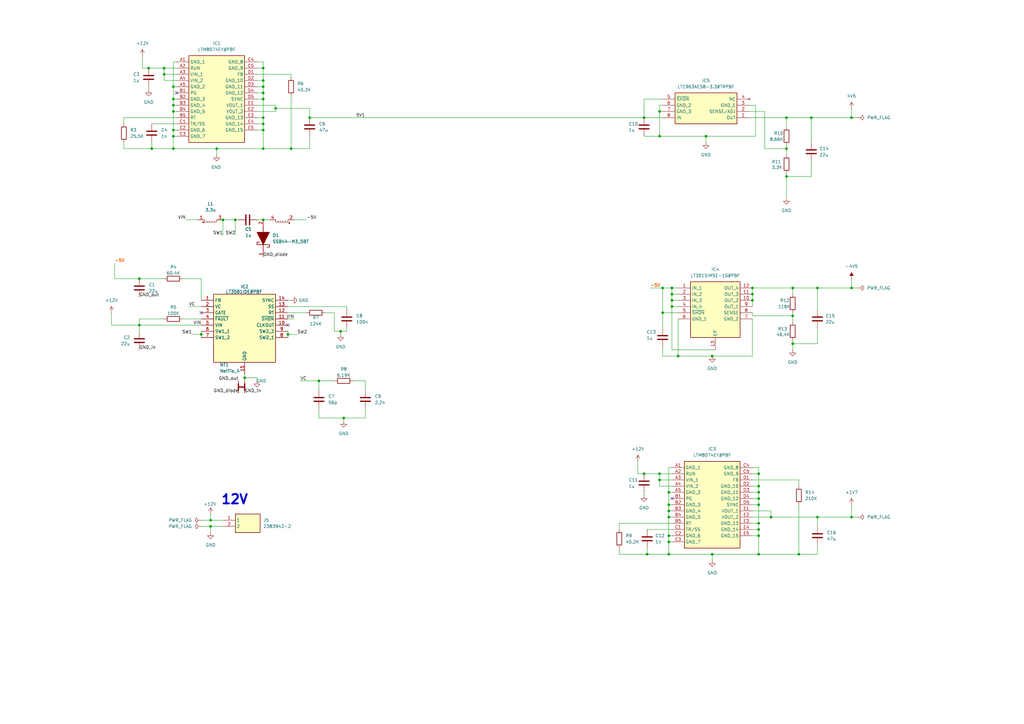
<source format=kicad_sch>
(kicad_sch (version 20231120) (generator "eeschema") (generator_version "8.0")
  (paper "A3")
  (lib_symbols
    (symbol "Device:C" (pin_numbers hide) (pin_names (offset 0.254))
      (property "Reference" "C" (at 0.635 2.54 0))
      (property "Value" "C" (at 0.635 -2.54 0))
      (symbol "C_0_1"
        (polyline (pts (xy -2.032 -0.762) (xy 2.032 -0.762)) (stroke (width 0.508)))
        (polyline (pts (xy -2.032 0.762) (xy 2.032 0.762)) (stroke (width 0.508)))
      )
      (symbol "C_1_1"
        (pin passive line (at 0 3.81 270) (length 2.794) (name "~") (number "1"))
        (pin passive line (at 0 -3.81 90) (length 2.794) (name "~") (number "2"))
      )
    )
    (symbol "Device:L_Coupled" (pin_names (offset 0.254) hide)
      (property "Reference" "L1" (at -12.7 9.144 0))
      (property "Value" "3.3u" (at -12.7 6.604 0))
      (symbol "L_Coupled_0_1"
        (circle (center -15.748 1.524) (radius 0.254) (fill (type outline)))
        (arc (start -15.24 2.032) (mid -14.732 1.5262) (end -14.224 2.032))
        (arc (start -14.224 2.032) (mid -13.716 1.5262) (end -13.208 2.032))
        (arc (start -13.208 2.032) (mid -12.7 1.5262) (end -12.192 2.032))
        (arc (start -12.192 2.032) (mid -11.684 1.5262) (end -11.176 2.032))
        (arc (start -11.176 2.032) (mid -10.668 1.5262) (end -10.16 2.032))
        (polyline (pts (xy -15.24 2.032) (xy -15.24 2.54)))
        (polyline (pts (xy -10.16 2.54) (xy -10.16 2.032)))
        (polyline (pts (xy 13.97 2.032) (xy 13.97 2.54)))
        (polyline (pts (xy 19.05 2.032) (xy 19.05 2.54)))
        (arc (start 13.97 2.032) (mid 14.478 1.5262) (end 14.986 2.032))
        (arc (start 14.986 2.032) (mid 15.494 1.5262) (end 16.002 2.032))
        (arc (start 16.002 2.032) (mid 16.51 1.5262) (end 17.018 2.032))
        (arc (start 17.018 2.032) (mid 17.526 1.5262) (end 18.034 2.032))
        (arc (start 18.034 2.032) (mid 18.542 1.5262) (end 19.05 2.032))
        (circle (center 19.558 1.27) (radius 0.254) (fill (type outline)))
      )
      (symbol "L_Coupled_1_1"
        (pin passive line (at -17.78 2.54 0) (length 2.54) (name "1") (number "1"))
        (pin passive line (at 21.59 2.54 180) (length 2.54) (name "2") (number "2"))
        (pin passive line (at -7.62 2.54 180) (length 2.54) (name "3") (number "3"))
        (pin passive line (at 11.43 2.54 0) (length 2.54) (name "4") (number "4"))
      )
    )
    (symbol "Device:NetTie_4" (pin_numbers hide) (pin_names (offset 0) hide) (in_bom no)
      (property "Reference" "NT" (at 0 1.27 0))
      (property "Value" "NetTie_4" (at 0 -3.81 0))
      (symbol "NetTie_4_0_1"
        (polyline (pts (xy -1.27 -2.54) (xy 1.27 -2.54)) (stroke (width 0.508)))
        (polyline (pts (xy -1.27 0) (xy 1.27 0)) (stroke (width 0.508)))
        (polyline (pts (xy 0 -2.54) (xy 0 0)) (stroke (width 0.508)))
      )
      (symbol "NetTie_4_1_1"
        (pin passive line (at -2.54 0 0) (length 2.54) (name "1") (number "1"))
        (pin passive line (at 2.54 0 180) (length 2.54) (name "2") (number "2"))
        (pin passive line (at -2.54 -2.54 0) (length 2.54) (name "3") (number "3"))
        (pin passive line (at 2.54 -2.54 180) (length 2.54) (name "4") (number "4"))
      )
    )
    (symbol "Device:R" (pin_numbers hide) (pin_names (offset 0))
      (property "Reference" "R" (at 2.032 0 90))
      (property "Value" "R" (at 0 0 90))
      (symbol "R_0_1"
        (rectangle (start -1.016 -2.54) (end 1.016 2.54) (stroke (width 0.254)))
      )
      (symbol "R_1_1"
        (pin passive line (at 0 3.81 270) (length 1.27) (name "~") (number "1"))
        (pin passive line (at 0 -3.81 90) (length 1.27) (name "~") (number "2"))
      )
    )
    (symbol "SamacSys_Parts:2383942-2"
      (property "Reference" "J" (at 16.51 7.62 0))
      (property "Value" "2383942-2" (at 16.51 5.08 0))
      (symbol "2383942-2_1_1"
        (rectangle (start 5.08 2.54) (end 15.24 -5.08) (stroke (width 0.254)) (fill (type background)))
        (pin passive line (at 0 0 0) (length 5.08) (name "1") (number "1"))
        (pin passive line (at 0 -2.54 0) (length 5.08) (name "2") (number "2"))
      )
    )
    (symbol "SamacSys_Parts:LT1963AES8-3.3#TRPBF"
      (property "Reference" "IC" (at 31.75 7.62 0))
      (property "Value" "LT1963AES8-3.3#TRPBF" (at 31.75 5.08 0))
      (symbol "LT1963AES8-3.3#TRPBF_1_1"
        (rectangle (start 5.08 2.54) (end 30.48 -10.16) (stroke (width 0.254)) (fill (type background)))
        (pin passive line (at 0 0 0) (length 5.08) (name "OUT") (number "1"))
        (pin passive line (at 0 -2.54 0) (length 5.08) (name "SENSE/ADJ") (number "2"))
        (pin passive line (at 0 -5.08 0) (length 5.08) (name "GND_1") (number "3"))
        (pin no_connect line (at 0 -7.62 0) (length 5.08) (name "NC") (number "4"))
        (pin passive line (at 35.56 -7.62 180) (length 5.08) (name "~{SHDN}") (number "5"))
        (pin passive line (at 35.56 -5.08 180) (length 5.08) (name "GND_2") (number "6"))
        (pin passive line (at 35.56 -2.54 180) (length 5.08) (name "GND_3") (number "7"))
        (pin passive line (at 35.56 0 180) (length 5.08) (name "IN") (number "8"))
      )
    )
    (symbol "SamacSys_Parts:LT3015IMSE-15#PBF"
      (property "Reference" "IC" (at 26.67 7.62 0))
      (property "Value" "LT3015IMSE-15#PBF" (at 26.67 5.08 0))
      (symbol "LT3015IMSE-15#PBF_1_1"
        (rectangle (start 5.08 2.54) (end 25.4 -20.32) (stroke (width 0.254)) (fill (type background)))
        (pin passive line (at 0 0 0) (length 5.08) (name "IN_1") (number "1"))
        (pin passive line (at 30.48 -5.08 180) (length 5.08) (name "OUT_2") (number "10"))
        (pin passive line (at 30.48 -2.54 180) (length 5.08) (name "OUT_3") (number "11"))
        (pin passive line (at 30.48 0 180) (length 5.08) (name "OUT_4") (number "12"))
        (pin passive line (at 15.24 -25.4 90) (length 5.08) (name "EP") (number "13"))
        (pin passive line (at 0 -2.54 0) (length 5.08) (name "IN_2") (number "2"))
        (pin passive line (at 0 -5.08 0) (length 5.08) (name "IN_3") (number "3"))
        (pin passive line (at 0 -7.62 0) (length 5.08) (name "IN_4") (number "4"))
        (pin passive line (at 0 -10.16 0) (length 5.08) (name "~{SHDN}") (number "5"))
        (pin passive line (at 0 -12.7 0) (length 5.08) (name "GND_1") (number "6"))
        (pin passive line (at 30.48 -12.7 180) (length 5.08) (name "GND_2") (number "7"))
        (pin passive line (at 30.48 -10.16 180) (length 5.08) (name "SENSE") (number "8"))
        (pin passive line (at 30.48 -7.62 180) (length 5.08) (name "OUT_1") (number "9"))
      )
    )
    (symbol "SamacSys_Parts:LT3581IDE#PBF"
      (property "Reference" "IC" (at 31.75 7.62 0))
      (property "Value" "LT3581IDE#PBF" (at 31.75 5.08 0))
      (symbol "LT3581IDE#PBF_1_1"
        (rectangle (start 5.08 2.54) (end 30.48 -25.4) (stroke (width 0.254)) (fill (type background)))
        (pin passive line (at 0 0 0) (length 5.08) (name "FB") (number "1"))
        (pin passive line (at 35.56 -10.16 180) (length 5.08) (name "CLKOUT") (number "10"))
        (pin passive line (at 35.56 -7.62 180) (length 5.08) (name "~{SHDN}") (number "11"))
        (pin passive line (at 35.56 -5.08 180) (length 5.08) (name "RT") (number "12"))
        (pin passive line (at 35.56 -2.54 180) (length 5.08) (name "SS") (number "13"))
        (pin passive line (at 35.56 0 180) (length 5.08) (name "SYNC") (number "14"))
        (pin passive line (at 17.78 -30.48 90) (length 5.08) (name "GND") (number "15"))
        (pin passive line (at 0 -2.54 0) (length 5.08) (name "VC") (number "2"))
        (pin passive line (at 0 -5.08 0) (length 5.08) (name "GATE") (number "3"))
        (pin passive line (at 0 -7.62 0) (length 5.08) (name "~{FAULT}") (number "4"))
        (pin passive line (at 0 -10.16 0) (length 5.08) (name "VIN") (number "5"))
        (pin passive line (at 0 -12.7 0) (length 5.08) (name "SW1_1") (number "6"))
        (pin passive line (at 0 -15.24 0) (length 5.08) (name "SW1_2") (number "7"))
        (pin passive line (at 35.56 -15.24 180) (length 5.08) (name "SW2_1") (number "8"))
        (pin passive line (at 35.56 -12.7 180) (length 5.08) (name "SW2_2") (number "9"))
      )
    )
    (symbol "SamacSys_Parts:LTM8074EY#PBF"
      (property "Reference" "IC" (at 29.21 7.62 0))
      (property "Value" "LTM8074EY#PBF" (at 29.21 5.08 0))
      (symbol "LTM8074EY#PBF_1_1"
        (rectangle (start 5.08 2.54) (end 27.94 -33.02) (stroke (width 0.254)) (fill (type background)))
        (pin passive line (at 0 0 0) (length 5.08) (name "GND_1") (number "A1"))
        (pin passive line (at 0 -2.54 0) (length 5.08) (name "RUN") (number "A2"))
        (pin passive line (at 0 -5.08 0) (length 5.08) (name "VIN_1") (number "A3"))
        (pin passive line (at 0 -7.62 0) (length 5.08) (name "VIN_2") (number "A4"))
        (pin passive line (at 0 -10.16 0) (length 5.08) (name "GND_2") (number "A5"))
        (pin passive line (at 0 -12.7 0) (length 5.08) (name "PG") (number "B1"))
        (pin passive line (at 0 -15.24 0) (length 5.08) (name "GND_3") (number "B2"))
        (pin passive line (at 0 -17.78 0) (length 5.08) (name "GND_4") (number "B3"))
        (pin passive line (at 0 -20.32 0) (length 5.08) (name "GND_5") (number "B4"))
        (pin passive line (at 0 -22.86 0) (length 5.08) (name "RT") (number "B5"))
        (pin passive line (at 0 -25.4 0) (length 5.08) (name "TR/SS") (number "C1"))
        (pin passive line (at 0 -27.94 0) (length 5.08) (name "GND_6") (number "C2"))
        (pin passive line (at 0 -30.48 0) (length 5.08) (name "GND_7") (number "C3"))
        (pin passive line (at 33.02 0 180) (length 5.08) (name "GND_8") (number "C4"))
        (pin passive line (at 33.02 -2.54 180) (length 5.08) (name "GND_9") (number "C5"))
        (pin passive line (at 33.02 -5.08 180) (length 5.08) (name "FB") (number "D1"))
        (pin passive line (at 33.02 -7.62 180) (length 5.08) (name "GND_10") (number "D2"))
        (pin passive line (at 33.02 -10.16 180) (length 5.08) (name "GND_11") (number "D3"))
        (pin passive line (at 33.02 -12.7 180) (length 5.08) (name "GND_12") (number "D4"))
        (pin passive line (at 33.02 -15.24 180) (length 5.08) (name "SYNC") (number "D5"))
        (pin passive line (at 33.02 -17.78 180) (length 5.08) (name "VOUT_1") (number "E1"))
        (pin passive line (at 33.02 -20.32 180) (length 5.08) (name "VOUT_2") (number "E2"))
        (pin passive line (at 33.02 -22.86 180) (length 5.08) (name "GND_13") (number "E3"))
        (pin passive line (at 33.02 -25.4 180) (length 5.08) (name "GND_14") (number "E4"))
        (pin passive line (at 33.02 -27.94 180) (length 5.08) (name "GND_15") (number "E5"))
      )
    )
    (symbol "SamacSys_Parts:SSB44-M3_5BT" (pin_names hide)
      (property "Reference" "D" (at 12.7 8.89 0))
      (property "Value" "SSB44-M3_5BT" (at 12.7 6.35 0))
      (symbol "SSB44-M3_5BT_1_1"
        (polyline (pts (xy 5.08 0) (xy 7.62 0)) (stroke (width 0.254)))
        (polyline (pts (xy 6.604 -1.524) (xy 6.604 -2.54)) (stroke (width 0.254)))
        (polyline (pts (xy 7.62 -2.54) (xy 6.604 -2.54)) (stroke (width 0.254)))
        (polyline (pts (xy 7.62 2.54) (xy 7.62 -2.54)) (stroke (width 0.254)))
        (polyline (pts (xy 7.62 2.54) (xy 8.636 2.54)) (stroke (width 0.254)))
        (polyline (pts (xy 8.636 1.524) (xy 8.636 2.54)) (stroke (width 0.254)))
        (polyline (pts (xy 12.7 0) (xy 15.24 0)) (stroke (width 0.254)))
        (polyline (pts (xy 7.62 0) (xy 12.7 2.54) (xy 12.7 -2.54) (xy 7.62 0)) (stroke (width 0.254)) (fill (type outline)))
        (pin passive line (at 2.54 0 0) (length 2.54) (name "K") (number "1"))
        (pin passive line (at 17.78 0 180) (length 2.54) (name "A") (number "2"))
      )
    )
    (symbol "power:+12V" (power) (pin_numbers hide) (pin_names (offset 0) hide)
      (property "Value" "+12V" (at 0 3.556 0))
      (symbol "+12V_0_1"
        (polyline (pts (xy -0.762 1.27) (xy 0 2.54)))
        (polyline (pts (xy 0 0) (xy 0 2.54)))
        (polyline (pts (xy 0 2.54) (xy 0.762 1.27)))
      )
      (symbol "+12V_1_1"
        (pin power_in line (at 0 0 90) (length 0) (name "~") (number "1"))
      )
    )
    (symbol "power:+1V2" (power) (pin_numbers hide) (pin_names (offset 0) hide)
      (property "Value" "+1V2" (at 0 3.556 0))
      (symbol "+1V2_0_1"
        (polyline (pts (xy -0.762 1.27) (xy 0 2.54)))
        (polyline (pts (xy 0 0) (xy 0 2.54)))
        (polyline (pts (xy 0 2.54) (xy 0.762 1.27)))
      )
      (symbol "+1V2_1_1"
        (pin power_in line (at 0 0 90) (length 0) (name "~") (number "1"))
      )
    )
    (symbol "power:+8V" (power) (pin_numbers hide) (pin_names (offset 0) hide)
      (property "Value" "+8V" (at 0 3.556 0))
      (symbol "+8V_0_1"
        (polyline (pts (xy -0.762 1.27) (xy 0 2.54)))
        (polyline (pts (xy 0 0) (xy 0 2.54)))
        (polyline (pts (xy 0 2.54) (xy 0.762 1.27)))
      )
      (symbol "+8V_1_1"
        (pin power_in line (at 0 0 90) (length 0) (name "~") (number "1"))
      )
    )
    (symbol "power:-8V" (power) (pin_numbers hide) (pin_names (offset 0) hide)
      (property "Value" "-8V" (at 0 3.556 0))
      (symbol "-8V_0_0"
        (pin power_in line (at 0 0 90) (length 0) (name "~") (number "1"))
      )
      (symbol "-8V_0_1"
        (polyline (pts (xy 0 0) (xy 0 1.27) (xy 0.762 1.27) (xy 0 2.54) (xy -0.762 1.27) (xy 0 1.27)) (fill (type outline)))
      )
    )
    (symbol "power:GND" (power) (pin_numbers hide) (pin_names (offset 0) hide)
      (property "Value" "GND" (at 0 -3.81 0))
      (symbol "GND_0_1"
        (polyline (pts (xy 0 0) (xy 0 -1.27) (xy 1.27 -1.27) (xy 0 -2.54) (xy -1.27 -1.27) (xy 0 -1.27)))
      )
      (symbol "GND_1_1"
        (pin power_in line (at 0 0 270) (length 0) (name "~") (number "1"))
      )
    )
    (symbol "power:PWR_FLAG" (power) (pin_numbers hide) (pin_names (offset 0) hide)
      (property "Value" "PWR_FLAG" (at 0 3.81 0))
      (symbol "PWR_FLAG_0_0"
        (pin power_out line (at 0 0 90) (length 0) (name "~") (number "1"))
      )
      (symbol "PWR_FLAG_0_1"
        (polyline (pts (xy 0 0) (xy 0 1.27) (xy -1.016 1.905) (xy 0 2.54) (xy 1.016 1.905) (xy 0 1.27)))
      )
    )
  )
  (junction (at 274.32 219.71))
  (junction (at 325.12 118.11))
  (junction (at 127 48.26))
  (junction (at 332.74 48.26))
  (junction (at 322.58 60.96))
  (junction (at 275.59 123.19))
  (junction (at 322.58 72.39))
  (junction (at 86.36 215.9))
  (junction (at 107.95 60.96))
  (junction (at 67.31 30.48))
  (junction (at 57.15 133.35))
  (junction (at 107.95 50.8))
  (junction (at 71.12 45.72))
  (junction (at 270.51 194.31))
  (junction (at 71.12 55.88))
  (junction (at 274.32 212.09))
  (junction (at 270.51 55.88))
  (junction (at 311.15 207.01))
  (junction (at 311.15 217.17))
  (junction (at 62.23 60.96))
  (junction (at 270.51 196.85))
  (junction (at 278.13 146.05))
  (junction (at 88.9 60.96))
  (junction (at 107.95 48.26))
  (junction (at 271.78 118.11))
  (junction (at 264.16 194.31))
  (junction (at 349.25 118.11))
  (junction (at 67.31 27.94))
  (junction (at 274.32 209.55))
  (junction (at 292.1 227.33))
  (junction (at 274.32 201.93))
  (junction (at 71.12 40.64))
  (junction (at 57.15 114.3))
  (junction (at 274.32 222.25))
  (junction (at 311.15 227.33))
  (junction (at 113.03 44.45))
  (junction (at 139.7 135.89))
  (junction (at 311.15 219.71))
  (junction (at 289.56 55.88))
  (junction (at 349.25 48.26))
  (junction (at 107.95 35.56))
  (junction (at 270.51 45.72))
  (junction (at 264.16 48.26))
  (junction (at 118.11 137.16))
  (junction (at 265.43 227.33))
  (junction (at 82.55 137.16))
  (junction (at 100.33 154.94))
  (junction (at 308.61 118.11))
  (junction (at 275.59 120.65))
  (junction (at 275.59 118.11))
  (junction (at 60.96 27.94))
  (junction (at 130.81 156.21))
  (junction (at 335.28 118.11))
  (junction (at 292.1 146.05))
  (junction (at 71.12 43.18))
  (junction (at 335.28 212.09))
  (junction (at 119.38 60.96))
  (junction (at 308.61 123.19))
  (junction (at 71.12 35.56))
  (junction (at 71.12 60.96))
  (junction (at 107.95 90.17))
  (junction (at 71.12 53.34))
  (junction (at 311.15 201.93))
  (junction (at 107.95 40.64))
  (junction (at 308.61 120.65))
  (junction (at 107.95 53.34))
  (junction (at 96.52 90.17))
  (junction (at 86.36 213.36))
  (junction (at 327.66 227.33))
  (junction (at 107.95 38.1))
  (junction (at 275.59 125.73))
  (junction (at 311.15 194.31))
  (junction (at 311.15 199.39))
  (junction (at 311.15 204.47))
  (junction (at 274.32 207.01))
  (junction (at 107.95 33.02))
  (junction (at 274.32 227.33))
  (junction (at 316.23 212.09))
  (junction (at 107.95 27.94))
  (junction (at 349.25 212.09))
  (junction (at 311.15 214.63))
  (junction (at 91.44 90.17))
  (junction (at 271.78 128.27))
  (junction (at 325.12 129.54))
  (junction (at 322.58 48.26))
  (junction (at 325.12 140.97))
  (junction (at 140.97 171.45))
  (no_connect (at 275.59 204.47))
  (no_connect (at 72.39 38.1))
  (no_connect (at 82.55 128.27))
  (no_connect (at 118.11 133.35))
  (wire (pts (xy 274.32 201.93) (xy 275.59 201.93)))
  (wire (pts (xy 292.1 227.33) (xy 311.15 227.33)))
  (wire (pts (xy 71.12 60.96) (xy 88.9 60.96)))
  (wire (pts (xy 311.15 204.47) (xy 311.15 207.01)))
  (wire (pts (xy 275.59 214.63) (xy 254 214.63)))
  (wire (pts (xy 322.58 48.26) (xy 322.58 52.07)))
  (wire (pts (xy 130.81 156.21) (xy 130.81 160.02)))
  (wire (pts (xy 77.47 125.73) (xy 82.55 125.73)))
  (wire (pts (xy 270.51 45.72) (xy 270.51 55.88)))
  (wire (pts (xy 308.61 123.19) (xy 308.61 125.73)))
  (wire (pts (xy 322.58 71.12) (xy 322.58 72.39)))
  (wire (pts (xy 308.61 191.77) (xy 311.15 191.77)))
  (wire (pts (xy 67.31 27.94) (xy 67.31 30.48)))
  (wire (pts (xy 332.74 48.26) (xy 332.74 58.42)))
  (wire (pts (xy 270.51 194.31) (xy 275.59 194.31)))
  (wire (pts (xy 335.28 212.09) (xy 349.25 212.09)))
  (wire (pts (xy 118.11 125.73) (xy 142.24 125.73)))
  (wire (pts (xy 137.16 135.89) (xy 139.7 135.89)))
  (wire (pts (xy 264.16 194.31) (xy 270.51 194.31)))
  (wire (pts (xy 308.61 217.17) (xy 311.15 217.17)))
  (wire (pts (xy 86.36 215.9) (xy 91.44 215.9)))
  (wire (pts (xy 311.15 227.33) (xy 327.66 227.33)))
  (wire (pts (xy 60.96 27.94) (xy 67.31 27.94)))
  (wire (pts (xy 50.8 58.42) (xy 50.8 60.96)))
  (wire (pts (xy 351.79 118.11) (xy 349.25 118.11)))
  (wire (pts (xy 67.31 130.81) (xy 57.15 130.81)))
  (wire (pts (xy 327.66 196.85) (xy 327.66 199.39)))
  (wire (pts (xy 271.78 146.05) (xy 278.13 146.05)))
  (wire (pts (xy 308.61 118.11) (xy 325.12 118.11)))
  (wire (pts (xy 71.12 40.64) (xy 72.39 40.64)))
  (wire (pts (xy 292.1 227.33) (xy 292.1 229.87)))
  (wire (pts (xy 308.61 214.63) (xy 311.15 214.63)))
  (wire (pts (xy 100.33 153.67) (xy 100.33 154.94)))
  (wire (pts (xy 351.79 48.26) (xy 349.25 48.26)))
  (wire (pts (xy 119.38 39.37) (xy 119.38 60.96)))
  (wire (pts (xy 311.15 199.39) (xy 311.15 201.93)))
  (wire (pts (xy 82.55 123.19) (xy 82.55 114.3)))
  (wire (pts (xy 271.78 118.11) (xy 275.59 118.11)))
  (wire (pts (xy 264.16 48.26) (xy 271.78 48.26)))
  (wire (pts (xy 62.23 60.96) (xy 71.12 60.96)))
  (wire (pts (xy 97.79 90.17) (xy 96.52 90.17)))
  (wire (pts (xy 57.15 133.35) (xy 57.15 135.89)))
  (wire (pts (xy 142.24 135.89) (xy 142.24 134.62)))
  (wire (pts (xy 71.12 43.18) (xy 72.39 43.18)))
  (wire (pts (xy 335.28 227.33) (xy 327.66 227.33)))
  (wire (pts (xy 264.16 40.64) (xy 264.16 48.26)))
  (wire (pts (xy 308.61 201.93) (xy 311.15 201.93)))
  (wire (pts (xy 107.95 40.64) (xy 107.95 48.26)))
  (wire (pts (xy 107.95 35.56) (xy 107.95 38.1)))
  (wire (pts (xy 327.66 207.01) (xy 327.66 227.33)))
  (wire (pts (xy 311.15 194.31) (xy 311.15 199.39)))
  (wire (pts (xy 274.32 227.33) (xy 292.1 227.33)))
  (wire (pts (xy 71.12 55.88) (xy 72.39 55.88)))
  (wire (pts (xy 72.39 30.48) (xy 67.31 30.48)))
  (wire (pts (xy 275.59 123.19) (xy 278.13 123.19)))
  (wire (pts (xy 316.23 212.09) (xy 335.28 212.09)))
  (wire (pts (xy 58.42 22.86) (xy 58.42 27.94)))
  (wire (pts (xy 265.43 224.79) (xy 265.43 227.33)))
  (wire (pts (xy 86.36 210.82) (xy 86.36 213.36)))
  (wire (pts (xy 67.31 27.94) (xy 72.39 27.94)))
  (wire (pts (xy 50.8 48.26) (xy 50.8 50.8)))
  (wire (pts (xy 335.28 223.52) (xy 335.28 227.33)))
  (wire (pts (xy 311.15 191.77) (xy 311.15 194.31)))
  (wire (pts (xy 270.51 194.31) (xy 270.51 196.85)))
  (wire (pts (xy 105.41 27.94) (xy 107.95 27.94)))
  (wire (pts (xy 71.12 35.56) (xy 71.12 40.64)))
  (wire (pts (xy 265.43 227.33) (xy 274.32 227.33)))
  (wire (pts (xy 130.81 167.64) (xy 130.81 171.45)))
  (wire (pts (xy 316.23 209.55) (xy 316.23 212.09)))
  (wire (pts (xy 254 224.79) (xy 254 227.33)))
  (wire (pts (xy 308.61 209.55) (xy 316.23 209.55)))
  (wire (pts (xy 289.56 55.88) (xy 289.56 58.42)))
  (wire (pts (xy 67.31 30.48) (xy 67.31 33.02)))
  (wire (pts (xy 107.95 27.94) (xy 107.95 33.02)))
  (wire (pts (xy 113.03 44.45) (xy 127 44.45)))
  (wire (pts (xy 274.32 201.93) (xy 274.32 207.01)))
  (wire (pts (xy 107.95 33.02) (xy 107.95 35.56)))
  (wire (pts (xy 311.15 207.01) (xy 311.15 214.63)))
  (wire (pts (xy 88.9 60.96) (xy 107.95 60.96)))
  (wire (pts (xy 105.41 156.21) (xy 105.41 154.94)))
  (wire (pts (xy 308.61 204.47) (xy 311.15 204.47)))
  (wire (pts (xy 275.59 118.11) (xy 278.13 118.11)))
  (wire (pts (xy 322.58 72.39) (xy 332.74 72.39)))
  (wire (pts (xy 74.93 130.81) (xy 82.55 130.81)))
  (wire (pts (xy 335.28 134.62) (xy 335.28 140.97)))
  (wire (pts (xy 311.15 201.93) (xy 311.15 204.47)))
  (wire (pts (xy 107.95 60.96) (xy 119.38 60.96)))
  (wire (pts (xy 270.51 43.18) (xy 271.78 43.18)))
  (wire (pts (xy 274.32 222.25) (xy 275.59 222.25)))
  (wire (pts (xy 105.41 40.64) (xy 107.95 40.64)))
  (wire (pts (xy 270.51 43.18) (xy 270.51 45.72)))
  (wire (pts (xy 71.12 40.64) (xy 71.12 43.18)))
  (wire (pts (xy 274.32 219.71) (xy 274.32 222.25)))
  (wire (pts (xy 107.95 50.8) (xy 107.95 53.34)))
  (wire (pts (xy 105.41 53.34) (xy 107.95 53.34)))
  (wire (pts (xy 349.25 114.3) (xy 349.25 118.11)))
  (wire (pts (xy 332.74 48.26) (xy 349.25 48.26)))
  (wire (pts (xy 82.55 137.16) (xy 82.55 138.43)))
  (wire (pts (xy 311.15 217.17) (xy 311.15 219.71)))
  (wire (pts (xy 271.78 128.27) (xy 278.13 128.27)))
  (wire (pts (xy 91.44 90.17) (xy 91.44 96.52)))
  (wire (pts (xy 91.44 213.36) (xy 86.36 213.36)))
  (wire (pts (xy 127 48.26) (xy 127 44.45)))
  (wire (pts (xy 67.31 33.02) (xy 72.39 33.02)))
  (wire (pts (xy 261.62 189.23) (xy 261.62 194.31)))
  (wire (pts (xy 309.88 43.18) (xy 307.34 43.18)))
  (wire (pts (xy 261.62 194.31) (xy 264.16 194.31)))
  (wire (pts (xy 107.95 53.34) (xy 107.95 60.96)))
  (wire (pts (xy 274.32 212.09) (xy 275.59 212.09)))
  (wire (pts (xy 88.9 60.96) (xy 88.9 63.5)))
  (wire (pts (xy 107.95 38.1) (xy 107.95 40.64)))
  (wire (pts (xy 274.32 219.71) (xy 275.59 219.71)))
  (wire (pts (xy 105.41 30.48) (xy 119.38 30.48)))
  (wire (pts (xy 278.13 130.81) (xy 278.13 146.05)))
  (wire (pts (xy 325.12 139.7) (xy 325.12 140.97)))
  (wire (pts (xy 289.56 55.88) (xy 309.88 55.88)))
  (wire (pts (xy 264.16 55.88) (xy 270.51 55.88)))
  (wire (pts (xy 270.51 199.39) (xy 275.59 199.39)))
  (wire (pts (xy 45.72 128.27) (xy 45.72 133.35)))
  (wire (pts (xy 118.11 137.16) (xy 118.11 138.43)))
  (wire (pts (xy 86.36 215.9) (xy 86.36 218.44)))
  (wire (pts (xy 57.15 114.3) (xy 67.31 114.3)))
  (wire (pts (xy 275.59 143.51) (xy 275.59 125.73)))
  (wire (pts (xy 313.69 45.72) (xy 313.69 60.96)))
  (wire (pts (xy 82.55 215.9) (xy 86.36 215.9)))
  (wire (pts (xy 118.11 137.16) (xy 121.92 137.16)))
  (wire (pts (xy 105.41 48.26) (xy 107.95 48.26)))
  (wire (pts (xy 309.88 55.88) (xy 309.88 43.18)))
  (wire (pts (xy 71.12 53.34) (xy 71.12 55.88)))
  (wire (pts (xy 270.51 55.88) (xy 289.56 55.88)))
  (wire (pts (xy 275.59 120.65) (xy 278.13 120.65)))
  (wire (pts (xy 278.13 146.05) (xy 292.1 146.05)))
  (wire (pts (xy 275.59 191.77) (xy 274.32 191.77)))
  (wire (pts (xy 71.12 45.72) (xy 72.39 45.72)))
  (wire (pts (xy 311.15 214.63) (xy 311.15 217.17)))
  (wire (pts (xy 275.59 120.65) (xy 275.59 123.19)))
  (wire (pts (xy 271.78 142.24) (xy 271.78 146.05)))
  (wire (pts (xy 57.15 130.81) (xy 57.15 133.35)))
  (wire (pts (xy 308.61 129.54) (xy 308.61 128.27)))
  (wire (pts (xy 118.11 135.89) (xy 118.11 137.16)))
  (wire (pts (xy 322.58 59.69) (xy 322.58 60.96)))
  (wire (pts (xy 325.12 128.27) (xy 325.12 129.54)))
  (wire (pts (xy 308.61 146.05) (xy 308.61 130.81)))
  (wire (pts (xy 82.55 135.89) (xy 82.55 137.16)))
  (wire (pts (xy 105.41 35.56) (xy 107.95 35.56)))
  (wire (pts (xy 72.39 48.26) (xy 50.8 48.26)))
  (wire (pts (xy 308.61 129.54) (xy 325.12 129.54)))
  (wire (pts (xy 50.8 60.96) (xy 62.23 60.96)))
  (wire (pts (xy 140.97 171.45) (xy 149.86 171.45)))
  (wire (pts (xy 127 60.96) (xy 119.38 60.96)))
  (wire (pts (xy 107.95 25.4) (xy 107.95 27.94)))
  (wire (pts (xy 322.58 48.26) (xy 332.74 48.26)))
  (wire (pts (xy 274.32 207.01) (xy 274.32 209.55)))
  (wire (pts (xy 308.61 219.71) (xy 311.15 219.71)))
  (wire (pts (xy 71.12 25.4) (xy 71.12 35.56)))
  (wire (pts (xy 271.78 128.27) (xy 271.78 134.62)))
  (wire (pts (xy 139.7 135.89) (xy 142.24 135.89)))
  (wire (pts (xy 105.41 90.17) (xy 107.95 90.17)))
  (wire (pts (xy 58.42 27.94) (xy 60.96 27.94)))
  (wire (pts (xy 91.44 90.17) (xy 96.52 90.17)))
  (wire (pts (xy 308.61 118.11) (xy 308.61 120.65)))
  (wire (pts (xy 139.7 135.89) (xy 139.7 137.16)))
  (wire (pts (xy 332.74 66.04) (xy 332.74 72.39)))
  (wire (pts (xy 335.28 215.9) (xy 335.28 212.09)))
  (wire (pts (xy 275.59 125.73) (xy 278.13 125.73)))
  (wire (pts (xy 119.38 30.48) (xy 119.38 31.75)))
  (wire (pts (xy 118.11 130.81) (xy 120.65 130.81)))
  (wire (pts (xy 133.35 128.27) (xy 137.16 128.27)))
  (wire (pts (xy 322.58 60.96) (xy 322.58 63.5)))
  (wire (pts (xy 325.12 140.97) (xy 325.12 143.51)))
  (wire (pts (xy 271.78 40.64) (xy 264.16 40.64)))
  (wire (pts (xy 118.11 123.19) (xy 119.38 123.19)))
  (wire (pts (xy 100.33 154.94) (xy 100.33 156.21)))
  (wire (pts (xy 57.15 133.35) (xy 82.55 133.35)))
  (wire (pts (xy 127 48.26) (xy 264.16 48.26)))
  (wire (pts (xy 46.99 107.95) (xy 46.99 114.3)))
  (wire (pts (xy 274.32 191.77) (xy 274.32 201.93)))
  (wire (pts (xy 71.12 35.56) (xy 72.39 35.56)))
  (wire (pts (xy 313.69 60.96) (xy 322.58 60.96)))
  (wire (pts (xy 325.12 140.97) (xy 335.28 140.97)))
  (wire (pts (xy 274.32 207.01) (xy 275.59 207.01)))
  (wire (pts (xy 274.32 212.09) (xy 274.32 219.71)))
  (wire (pts (xy 335.28 118.11) (xy 335.28 127)))
  (wire (pts (xy 71.12 53.34) (xy 72.39 53.34)))
  (wire (pts (xy 113.03 44.45) (xy 113.03 45.72)))
  (wire (pts (xy 105.41 154.94) (xy 100.33 154.94)))
  (wire (pts (xy 130.81 171.45) (xy 140.97 171.45)))
  (wire (pts (xy 105.41 25.4) (xy 107.95 25.4)))
  (wire (pts (xy 270.51 196.85) (xy 270.51 199.39)))
  (wire (pts (xy 96.52 90.17) (xy 96.52 96.52)))
  (wire (pts (xy 149.86 156.21) (xy 149.86 160.02)))
  (wire (pts (xy 275.59 123.19) (xy 275.59 125.73)))
  (wire (pts (xy 46.99 114.3) (xy 57.15 114.3)))
  (wire (pts (xy 62.23 50.8) (xy 72.39 50.8)))
  (wire (pts (xy 107.95 48.26) (xy 107.95 50.8)))
  (wire (pts (xy 308.61 199.39) (xy 311.15 199.39)))
  (wire (pts (xy 293.37 143.51) (xy 275.59 143.51)))
  (wire (pts (xy 45.72 133.35) (xy 57.15 133.35)))
  (wire (pts (xy 105.41 43.18) (xy 113.03 43.18)))
  (wire (pts (xy 265.43 217.17) (xy 275.59 217.17)))
  (wire (pts (xy 137.16 128.27) (xy 137.16 135.89)))
  (wire (pts (xy 307.34 48.26) (xy 322.58 48.26)))
  (wire (pts (xy 325.12 118.11) (xy 335.28 118.11)))
  (wire (pts (xy 274.32 209.55) (xy 275.59 209.55)))
  (wire (pts (xy 274.32 222.25) (xy 274.32 227.33)))
  (wire (pts (xy 60.96 35.56) (xy 60.96 36.83)))
  (wire (pts (xy 254 227.33) (xy 265.43 227.33)))
  (wire (pts (xy 311.15 219.71) (xy 311.15 227.33)))
  (wire (pts (xy 271.78 128.27) (xy 271.78 118.11)))
  (wire (pts (xy 349.25 44.45) (xy 349.25 48.26)))
  (wire (pts (xy 107.95 90.17) (xy 110.49 90.17)))
  (wire (pts (xy 140.97 171.45) (xy 140.97 172.72)))
  (wire (pts (xy 325.12 118.11) (xy 325.12 120.65)))
  (wire (pts (xy 86.36 213.36) (xy 82.55 213.36)))
  (wire (pts (xy 254 214.63) (xy 254 217.17)))
  (wire (pts (xy 275.59 196.85) (xy 270.51 196.85)))
  (wire (pts (xy 105.41 45.72) (xy 113.03 45.72)))
  (wire (pts (xy 105.41 38.1) (xy 107.95 38.1)))
  (wire (pts (xy 308.61 207.01) (xy 311.15 207.01)))
  (wire (pts (xy 264.16 201.93) (xy 264.16 203.2)))
  (wire (pts (xy 71.12 45.72) (xy 71.12 53.34)))
  (wire (pts (xy 130.81 156.21) (xy 137.16 156.21)))
  (wire (pts (xy 113.03 43.18) (xy 113.03 44.45)))
  (wire (pts (xy 62.23 58.42) (xy 62.23 60.96)))
  (wire (pts (xy 127 55.88) (xy 127 60.96)))
  (wire (pts (xy 308.61 194.31) (xy 311.15 194.31)))
  (wire (pts (xy 322.58 72.39) (xy 322.58 81.28)))
  (wire (pts (xy 71.12 43.18) (xy 71.12 45.72)))
  (wire (pts (xy 274.32 209.55) (xy 274.32 212.09)))
  (wire (pts (xy 349.25 207.01) (xy 349.25 212.09)))
  (wire (pts (xy 307.34 45.72) (xy 313.69 45.72)))
  (wire (pts (xy 308.61 212.09) (xy 316.23 212.09)))
  (wire (pts (xy 118.11 128.27) (xy 125.73 128.27)))
  (wire (pts (xy 82.55 114.3) (xy 74.93 114.3)))
  (wire (pts (xy 270.51 45.72) (xy 271.78 45.72)))
  (wire (pts (xy 120.65 90.17) (xy 125.73 90.17)))
  (wire (pts (xy 78.74 137.16) (xy 82.55 137.16)))
  (wire (pts (xy 335.28 118.11) (xy 349.25 118.11)))
  (wire (pts (xy 292.1 146.05) (xy 308.61 146.05)))
  (wire (pts (xy 351.79 212.09) (xy 349.25 212.09)))
  (wire (pts (xy 71.12 55.88) (xy 71.12 60.96)))
  (wire (pts (xy 72.39 25.4) (xy 71.12 25.4)))
  (wire (pts (xy 275.59 118.11) (xy 275.59 120.65)))
  (wire (pts (xy 105.41 33.02) (xy 107.95 33.02)))
  (wire (pts (xy 144.78 156.21) (xy 149.86 156.21)))
  (wire (pts (xy 142.24 125.73) (xy 142.24 127)))
  (wire (pts (xy 266.7 118.11) (xy 271.78 118.11)))
  (wire (pts (xy 76.2 90.17) (xy 81.28 90.17)))
  (wire (pts (xy 149.86 167.64) (xy 149.86 171.45)))
  (wire (pts (xy 123.19 156.21) (xy 130.81 156.21)))
  (wire (pts (xy 105.41 50.8) (xy 107.95 50.8)))
  (wire (pts (xy 327.66 196.85) (xy 308.61 196.85)))
  (wire (pts (xy 308.61 120.65) (xy 308.61 123.19)))
  (wire (pts (xy 325.12 129.54) (xy 325.12 132.08)))
  (text "12V" (at 96.266 204.978 0) (effects (font (size 3.81 3.81) (thickness 0.762) (bold yes))))
  (label "GND_diode" (at 97.79 161.29 180))
  (label "5V1" (at 146.05 48.26 0))
  (label "SW2" (at 96.52 96.52 180))
  (label "GND_in" (at 57.15 143.51 0))
  (label "SW1" (at 91.44 96.52 180))
  (label "VIN" (at 76.2 90.17 180))
  (label "GND_in" (at 100.33 161.29 0))
  (label "GND_diode" (at 107.95 105.41 0))
  (label "-5V" (at 46.99 107.95 0) (effects (font (thickness 0.254) (bold yes))))
  (label "GND_out" (at 57.15 121.92 0))
  (label "-5V" (at 125.73 90.17 0))
  (label "SW2" (at 121.92 137.16 0))
  (label "VC" (at 123.19 156.21 0))
  (label "VC" (at 77.47 125.73 0))
  (label "GND_out" (at 97.79 156.21 180))
  (label "SW1" (at 78.74 137.16 180))
  (label "VIN" (at 120.65 130.81 180))
  (label "VIN" (at 82.55 133.35 180))
  (label "-5V" (at 266.7 118.11 0) (effects (font (thickness 0.254) (bold yes))))
  (symbol (lib_id "power:GND") (at 60.96 36.83 0) (unit 1)
    (property "Reference" "#PWR08" (effects (hide yes)))
    (property "Value" "GND" (at 60.96 41.91 0))
    (property "Description" "Power symbol creates a global label with name \"GND\" , ground" (effects (hide yes)))
  )
  (symbol (lib_id "Device:C") (at 62.23 54.61 0) (unit 1)
    (property "Reference" "C4" (at 66.04 53.3399 0) (effects (justify left)))
    (property "Value" "1n" (at 66.04 55.8799 0) (effects (justify left)))
    (property "Footprint" "Capacitor_SMD:C_0603_1608Metric_Pad1.08x0.95mm_HandSolder" (effects (hide yes)))
    (property "Description" "Unpolarized capacitor" (effects (hide yes)))
  )
  (symbol (lib_id "power:+12V") (at 45.72 128.27 0) (unit 1)
    (property "Reference" "#PWR04" (effects (hide yes)))
    (property "Value" "+12V" (at 45.72 123.19 0))
    (property "Description" "Power symbol creates a global label with name \"+12V\"" (effects (hide yes)))
  )
  (symbol (lib_id "SamacSys_Parts:LT3581IDE#PBF") (at 82.55 123.19 0) (unit 1)
    (property "Reference" "IC2" (at 100.33 117.602 0))
    (property "Value" "LT3581IDE#PBF" (at 100.076 119.634 0))
    (property "Footprint" "SamacSys_Parts:SON50P300X400X80-15N-D" (effects (hide yes)))
    (property "Datasheet" "https://componentsearchengine.com/Datasheets/1/LT3581IDE#PBF.pdf" (effects (hide yes)))
    (property "Description" "Switching Voltage Regulators 3A Boost/Inverting DC/DC Converter with Fault Protection" (effects (hide yes)))
    (property "Height" "0.8" (effects (hide yes)))
    (property "Mouser Part Number" "584-LT3581IDE#PBF" (effects (hide yes)))
    (property "Mouser Price/Stock" "https://www.mouser.com/Search/Refine.aspx?Keyword=584-LT3581IDE%23PBF" (effects (hide yes)))
    (property "Manufacturer_Name" "Analog Devices" (effects (hide yes)))
    (property "Manufacturer_Part_Number" "LT3581IDE#PBF" (effects (hide yes)))
  )
  (symbol (lib_id "power:GND") (at 292.1 229.87 0) (unit 1)
    (property "Reference" "#PWR020" (effects (hide yes)))
    (property "Value" "GND" (at 292.1 234.95 0))
    (property "Description" "Power symbol creates a global label with name \"GND\" , ground" (effects (hide yes)))
  )
  (symbol (lib_id "Device:C") (at 271.78 138.43 0) (unit 1)
    (property "Reference" "C13" (at 265.176 136.144 0) (effects (justify left)))
    (property "Value" "1u" (at 265.176 138.684 0) (effects (justify left)))
    (property "Footprint" "Capacitor_SMD:C_0603_1608Metric_Pad1.08x0.95mm_HandSolder" (effects (hide yes)))
    (property "Description" "Unpolarized capacitor" (effects (hide yes)))
  )
  (symbol (lib_id "Device:R") (at 140.97 156.21 90) (unit 1)
    (property "Reference" "R8" (at 140.97 151.384 90))
    (property "Value" "6.19K" (at 140.97 153.924 90))
    (property "Footprint" "Resistor_SMD:R_0603_1608Metric_Pad0.98x0.95mm_HandSolder" (effects (hide yes)))
    (property "Description" "Resistor" (effects (hide yes)))
  )
  (symbol (lib_id "power:PWR_FLAG") (at 82.55 215.9 90) (unit 1)
    (property "Reference" "#FLG02" (effects (hide yes)))
    (property "Value" "PWR_FLAG" (at 78.74 215.8999 90) (effects (justify left)))
    (property "Description" "Special symbol for telling ERC where power comes from" (effects (hide yes)))
  )
  (symbol (lib_id "power:PWR_FLAG") (at 351.79 212.09 270) (unit 1)
    (property "Reference" "#FLG05" (effects (hide yes)))
    (property "Value" "PWR_FLAG" (at 355.6 212.0899 90) (effects (justify left)))
    (property "Description" "Special symbol for telling ERC where power comes from" (effects (hide yes)))
  )
  (symbol (lib_id "Device:C") (at 142.24 130.81 0) (unit 1)
    (property "Reference" "C8" (at 146.05 129.5399 0) (effects (justify left)))
    (property "Value" "100n" (at 146.05 132.0799 0) (effects (justify left)))
    (property "Footprint" "Capacitor_SMD:C_0603_1608Metric_Pad1.08x0.95mm_HandSolder" (effects (hide yes)))
    (property "Description" "Unpolarized capacitor" (effects (hide yes)))
  )
  (symbol (lib_id "SamacSys_Parts:LT1963AES8-3.3#TRPBF") (at 307.34 48.26 180) (unit 1)
    (property "Reference" "IC5" (at 289.56 33.02 0))
    (property "Value" "LT1963AES8-3.3#TRPBF" (at 289.56 35.56 0))
    (property "Footprint" "SamacSys_Parts:SOIC127P599X175-8N" (effects (hide yes)))
    (property "Datasheet" "https://datasheet.datasheetarchive.com/originals/distributors/SFDatasheet-4/sf-00091051.pdf" (effects (hide yes)))
    (property "Description" "IC REG LINEAR 3.3V 1.5A 8SOIC" (effects (hide yes)))
    (property "Height" "1.752" (effects (hide yes)))
    (property "Manufacturer_Name" "Analog Devices" (effects (hide yes)))
    (property "Manufacturer_Part_Number" "LT1963AES8-3.3#TRPBF" (effects (hide yes)))
    (property "Mouser Part Number" "584-1963AES8-3.3TPF" (effects (hide yes)))
    (property "Mouser Price/Stock" "https://www.mouser.co.uk/ProductDetail/Analog-Devices/LT1963AES8-3.3TRPBF?qs=ytflclh7QUUySaDyqzWtPg%3D%3D" (effects (hide yes)))
    (property "Arrow Part Number" "LT1963AES8-3.3#TRPBF" (effects (hide yes)))
    (property "Arrow Price/Stock" "https://www.arrow.com/en/products/lt1963aes8-3.3trpbf/linear-technology" (effects (hide yes)))
  )
  (symbol (lib_id "Device:L_Coupled") (at 99.06 92.71 0) (unit 1)
    (property "Reference" "L1" (at 86.36 83.566 0))
    (property "Value" "3.3u" (at 86.36 86.106 0))
    (property "Footprint" "SamacSys_Parts:MSD7342332MLC" (effects (hide yes)))
    (property "Description" "Coupled inductor" (effects (hide yes)))
  )
  (symbol (lib_id "power:GND") (at 289.56 58.42 0) (unit 1)
    (property "Reference" "#PWR019" (effects (hide yes)))
    (property "Value" "GND" (at 289.56 63.5 0))
    (property "Description" "Power symbol creates a global label with name \"GND\" , ground" (effects (hide yes)))
  )
  (symbol (lib_id "SamacSys_Parts:LTM8074EY#PBF") (at 72.39 25.4 0) (unit 1)
    (property "Reference" "IC1" (at 88.9 17.78 0))
    (property "Value" "LTM8074EY#PBF" (at 88.9 20.32 0))
    (property "Footprint" "SamacSys_Parts:BGA25C65P5X5_400X400X198" (effects (hide yes)))
    (property "Datasheet" "https://www.analog.com/LTM8074/datasheet" (effects (hide yes)))
    (property "Description" "40VIN, 1.2A Silent Switcher Module Regulator" (effects (hide yes)))
    (property "Height" "1.98" (effects (hide yes)))
    (property "Manufacturer_Name" "Analog Devices" (effects (hide yes)))
    (property "Manufacturer_Part_Number" "LTM8074EY#PBF" (effects (hide yes)))
    (property "Mouser Part Number" "584-LTM8074EY#PBF" (effects (hide yes)))
    (property "Mouser Price/Stock" "https://www.mouser.co.uk/ProductDetail/Analog-Devices/LTM8074EYPBF?qs=qSfuJ%252Bfl%2Fd7DTb%2FxVZP80w%3D%3D" (effects (hide yes)))
    (property "Arrow Part Number" "LTM8074EY#PBF" (effects (hide yes)))
    (property "Arrow Price/Stock" "https://www.arrow.com/en/products/ltm8074eypbf/analog-devices?region=nac" (effects (hide yes)))
  )
  (symbol (lib_id "Device:R") (at 119.38 35.56 0) (unit 1)
    (property "Reference" "R6" (at 121.92 34.2899 0) (effects (justify left)))
    (property "Value" "45.3K" (at 121.92 36.8299 0) (effects (justify left)))
    (property "Footprint" "Resistor_SMD:R_0603_1608Metric_Pad0.98x0.95mm_HandSolder" (effects (hide yes)))
    (property "Description" "Resistor" (effects (hide yes)))
  )
  (symbol (lib_id "Device:C") (at 335.28 130.81 0) (unit 1)
    (property "Reference" "C15" (at 338.582 129.54 0) (effects (justify left)))
    (property "Value" "22u" (at 338.582 132.08 0) (effects (justify left)))
    (property "Footprint" "Capacitor_SMD:C_0805_2012Metric_Pad1.18x1.45mm_HandSolder" (effects (hide yes)))
    (property "Description" "Unpolarized capacitor" (effects (hide yes)))
  )
  (symbol (lib_id "power:GND") (at 86.36 218.44 0) (unit 1)
    (property "Reference" "#PWR010" (effects (hide yes)))
    (property "Value" "GND" (at 86.36 223.52 0))
    (property "Description" "Power symbol creates a global label with name \"GND\" , ground" (effects (hide yes)))
  )
  (symbol (lib_id "Device:C") (at 332.74 62.23 0) (unit 1)
    (property "Reference" "C14" (at 336.042 60.96 0) (effects (justify left)))
    (property "Value" "22u" (at 336.042 63.5 0) (effects (justify left)))
    (property "Footprint" "Capacitor_SMD:C_0805_2012Metric_Pad1.18x1.45mm_HandSolder" (effects (hide yes)))
    (property "Description" "Unpolarized capacitor" (effects (hide yes)))
  )
  (symbol (lib_id "Device:C") (at 57.15 139.7 0) (mirror y) (unit 1)
    (property "Reference" "C2" (at 53.34 138.4299 0) (effects (justify left)))
    (property "Value" "22u" (at 53.34 140.9699 0) (effects (justify left)))
    (property "Footprint" "Capacitor_SMD:C_1210_3225Metric_Pad1.33x2.70mm_HandSolder" (effects (hide yes)))
    (property "Description" "Unpolarized capacitor" (effects (hide yes)))
  )
  (symbol (lib_id "Device:R") (at 322.58 67.31 180) (unit 1)
    (property "Reference" "R11" (at 318.4525 66.3575 0))
    (property "Value" "3.3K" (at 318.7065 68.6435 0))
    (property "Footprint" "Resistor_SMD:R_0603_1608Metric_Pad0.98x0.95mm_HandSolder" (effects (hide yes)))
    (property "Description" "Resistor" (effects (hide yes)))
  )
  (symbol (lib_id "Device:C") (at 57.15 118.11 0) (unit 1)
    (property "Reference" "C1" (at 60.96 116.8399 0) (effects (justify left)))
    (property "Value" "22u" (at 60.96 119.3799 0) (effects (justify left)))
    (property "Footprint" "Capacitor_SMD:C_1210_3225Metric_Pad1.33x2.70mm_HandSolder" (effects (hide yes)))
    (property "Description" "Unpolarized capacitor" (effects (hide yes)))
  )
  (symbol (lib_id "power:GND") (at 119.38 123.19 90) (unit 1)
    (property "Reference" "#PWR014" (effects (hide yes)))
    (property "Value" "GND" (at 122.428 123.19 90) (effects (justify right)))
    (property "Description" "Power symbol creates a global label with name \"GND\" , ground" (effects (hide yes)))
  )
  (symbol (lib_id "power:GND") (at 264.16 203.2 0) (unit 1)
    (property "Reference" "#PWR018" (effects (hide yes)))
    (property "Value" "GND" (at 264.16 208.28 0))
    (property "Description" "Power symbol creates a global label with name \"GND\" , ground" (effects (hide yes)))
  )
  (symbol (lib_id "Device:R") (at 327.66 203.2 0) (unit 1)
    (property "Reference" "R14" (at 330.2 201.9299 0) (effects (justify left)))
    (property "Value" "210K" (at 330.2 204.4699 0) (effects (justify left)))
    (property "Footprint" "Resistor_SMD:R_0603_1608Metric_Pad0.98x0.95mm_HandSolder" (effects (hide yes)))
    (property "Description" "Resistor" (effects (hide yes)))
  )
  (symbol (lib_id "power:GND") (at 88.9 63.5 0) (unit 1)
    (property "Reference" "#PWR011" (effects (hide yes)))
    (property "Value" "GND" (at 88.646 68.58 0))
    (property "Description" "Power symbol creates a global label with name \"GND\" , ground" (effects (hide yes)))
  )
  (symbol (lib_id "power:+12V") (at 261.62 189.23 0) (unit 1)
    (property "Reference" "#PWR017" (effects (hide yes)))
    (property "Value" "+12V" (at 261.62 184.15 0))
    (property "Description" "Power symbol creates a global label with name \"+12V\"" (effects (hide yes)))
  )
  (symbol (lib_id "SamacSys_Parts:2383942-2") (at 91.44 213.36 0) (unit 1)
    (property "Reference" "J5" (at 107.95 213.3599 0) (effects (justify left)))
    (property "Value" "2383942-2" (at 107.95 215.8999 0) (effects (justify left)))
    (property "Footprint" "SamacSys_Parts:23839422" (effects (hide yes)))
    (property "Datasheet" "https://www.te.com/commerce/DocumentDelivery/DDEController?Action=srchrtrv&DocNm=pcb_boardmount_terminalblocks&DocType=Data%20Sheet&DocLang=English&PartCntxt=2383942-2&DocFormat=pdf" (effects (hide yes)))
    (property "Description" "Body Features: Product Orientation Vertical | Primary Product Color Black | Configuration Features: Wire Entry Angle 90 | Wire Entry Location Side | Number of Rows 1 | Stacking Configuration Side Stackable | Number of Positions 2 | Stacked Levels Level 1 | Contact Features: Contact Mating Area Plating Material Tin | Contact Current Rating (Max) 12 AMP | Contact Base Material Copper Alloy | Dimensions: Wire Size 28  16 AWG | Wire Size .08  1.31 MMSQ | Electrical Characteristics: Operating Voltage 300" (effects (hide yes)))
    (property "Height" "8.65" (effects (hide yes)))
    (property "Mouser Part Number" "571-2383942-2" (effects (hide yes)))
    (property "Mouser Price/Stock" "https://www.mouser.co.uk/ProductDetail/TE-Connectivity/2383942-2?qs=QNEnbhJQKvapXJL2BU3hUA%3D%3D" (effects (hide yes)))
    (property "Manufacturer_Name" "TE Connectivity" (effects (hide yes)))
    (property "Manufacturer_Part_Number" "2383942-2" (effects (hide yes)))
  )
  (symbol (lib_id "Device:C") (at 149.86 163.83 0) (unit 1)
    (property "Reference" "C9" (at 153.67 162.5599 0) (effects (justify left)))
    (property "Value" "2.2n" (at 153.67 165.0999 0) (effects (justify left)))
    (property "Footprint" "Capacitor_SMD:C_0603_1608Metric_Pad1.08x0.95mm_HandSolder" (effects (hide yes)))
    (property "Description" "Unpolarized capacitor" (effects (hide yes)))
  )
  (symbol (lib_id "Device:R") (at 71.12 114.3 90) (unit 1)
    (property "Reference" "R4" (at 71.12 109.474 90))
    (property "Value" "60.4K" (at 71.12 112.014 90))
    (property "Footprint" "Resistor_SMD:R_0603_1608Metric_Pad0.98x0.95mm_HandSolder" (effects (hide yes)))
    (property "Description" "Resistor" (effects (hide yes)))
  )
  (symbol (lib_id "Device:R") (at 71.12 130.81 90) (unit 1)
    (property "Reference" "R5" (at 71.12 125.984 90))
    (property "Value" "100K" (at 71.12 128.524 90))
    (property "Footprint" "Resistor_SMD:R_0603_1608Metric_Pad0.98x0.95mm_HandSolder" (effects (hide yes)))
    (property "Description" "Resistor" (effects (hide yes)))
  )
  (symbol (lib_id "Device:C") (at 264.16 52.07 0) (unit 1)
    (property "Reference" "C10" (at 257.81 50.8 0) (effects (justify left)))
    (property "Value" "1u" (at 257.81 53.34 0) (effects (justify left)))
    (property "Footprint" "Capacitor_SMD:C_0603_1608Metric_Pad1.08x0.95mm_HandSolder" (effects (hide yes)))
    (property "Description" "Unpolarized capacitor" (effects (hide yes)))
  )
  (symbol (lib_id "Device:C") (at 264.16 198.12 0) (unit 1)
    (property "Reference" "C11" (at 257.81 196.85 0) (effects (justify left)))
    (property "Value" "1u" (at 257.81 199.39 0) (effects (justify left)))
    (property "Footprint" "Capacitor_SMD:C_0603_1608Metric_Pad1.08x0.95mm_HandSolder" (effects (hide yes)))
    (property "Description" "Unpolarized capacitor" (effects (hide yes)))
  )
  (symbol (lib_id "Device:C") (at 127 52.07 0) (unit 1)
    (property "Reference" "C6" (at 130.81 50.7999 0) (effects (justify left)))
    (property "Value" "47u" (at 130.81 53.3399 0) (effects (justify left)))
    (property "Footprint" "Capacitor_SMD:C_0805_2012Metric_Pad1.18x1.45mm_HandSolder" (effects (hide yes)))
    (property "Description" "Unpolarized capacitor" (effects (hide yes)))
  )
  (symbol (lib_id "Device:NetTie_4") (at 97.79 158.75 90) (unit 1) (in_bom no)
    (property "Reference" "NT1" (at 90.17 149.606 90) (effects (justify right)))
    (property "Value" "NetTie_4" (at 90.17 152.146 90) (effects (justify right)))
    (property "Footprint" "NetTie:NetTie-4_SMD_Pad0.5mm" (effects (hide yes)))
    (property "Description" "Net tie, 4 pins" (effects (hide yes)))
  )
  (symbol (lib_id "power:GND") (at 292.1 146.05 0) (unit 1)
    (property "Reference" "#PWR021" (effects (hide yes)))
    (property "Value" "GND" (at 292.1 151.13 0))
    (property "Description" "Power symbol creates a global label with name \"GND\" , ground" (effects (hide yes)))
  )
  (symbol (lib_id "power:+8V") (at 349.25 44.45 0) (unit 1)
    (property "Reference" "#PWR024" (effects (hide yes)))
    (property "Value" "4V5" (at 349.25 39.37 0))
    (property "Description" "Power symbol creates a global label with name \"+8V\"" (effects (hide yes)))
  )
  (symbol (lib_id "power:GND") (at 105.41 156.21 0) (unit 1)
    (property "Reference" "#PWR05" (effects (hide yes)))
    (property "Value" "GND" (at 109.22 156.21 0) (effects (justify right)))
    (property "Description" "Power symbol creates a global label with name \"GND\" , ground" (effects (hide yes)))
  )
  (symbol (lib_id "power:GND") (at 140.97 172.72 0) (unit 1)
    (property "Reference" "#PWR016" (effects (hide yes)))
    (property "Value" "GND" (at 140.97 177.8 0))
    (property "Description" "Power symbol creates a global label with name \"GND\" , ground" (effects (hide yes)))
  )
  (symbol (lib_id "Device:C") (at 265.43 220.98 0) (unit 1)
    (property "Reference" "C12" (at 268.732 219.71 0) (effects (justify left)))
    (property "Value" "1n" (at 268.732 222.25 0) (effects (justify left)))
    (property "Footprint" "Capacitor_SMD:C_0603_1608Metric_Pad1.08x0.95mm_HandSolder" (effects (hide yes)))
    (property "Description" "Unpolarized capacitor" (effects (hide yes)))
  )
  (symbol (lib_id "power:GND") (at 322.58 81.28 0) (unit 1)
    (property "Reference" "#PWR022" (effects (hide yes)))
    (property "Value" "GND" (at 322.58 86.36 0))
    (property "Description" "Power symbol creates a global label with name \"GND\" , ground" (effects (hide yes)))
  )
  (symbol (lib_id "Device:R") (at 129.54 128.27 90) (unit 1)
    (property "Reference" "R7" (at 129.54 130.302 90))
    (property "Value" "124K" (at 129.54 132.842 90))
    (property "Footprint" "Resistor_SMD:R_0603_1608Metric_Pad0.98x0.95mm_HandSolder" (effects (hide yes)))
    (property "Description" "Resistor" (effects (hide yes)))
  )
  (symbol (lib_id "power:+12V") (at 86.36 210.82 0) (unit 1)
    (property "Reference" "#PWR09" (effects (hide yes)))
    (property "Value" "+12V" (at 86.106 206.756 0))
    (property "Description" "Power symbol creates a global label with name \"+12V\"" (effects (hide yes)))
  )
  (symbol (lib_id "Device:R") (at 50.8 54.61 0) (unit 1)
    (property "Reference" "R3" (at 53.34 53.3399 0) (effects (justify left)))
    (property "Value" "25.5K" (at 53.34 55.8799 0) (effects (justify left)))
    (property "Footprint" "Resistor_SMD:R_0603_1608Metric_Pad0.98x0.95mm_HandSolder" (effects (hide yes)))
    (property "Description" "Resistor" (effects (hide yes)))
  )
  (symbol (lib_id "Device:C") (at 101.6 90.17 270) (unit 1)
    (property "Reference" "C5" (at 101.854 93.98 90))
    (property "Value" "1u" (at 101.854 96.52 90))
    (property "Footprint" "Capacitor_SMD:C_1206_3216Metric_Pad1.33x1.80mm_HandSolder" (effects (hide yes)))
    (property "Description" "Unpolarized capacitor" (effects (hide yes)))
  )
  (symbol (lib_id "power:PWR_FLAG") (at 351.79 118.11 270) (unit 1)
    (property "Reference" "#FLG04" (effects (hide yes)))
    (property "Value" "PWR_FLAG" (at 355.6 118.1099 90) (effects (justify left)))
    (property "Description" "Special symbol for telling ERC where power comes from" (effects (hide yes)))
  )
  (symbol (lib_id "power:-8V") (at 349.25 114.3 0) (unit 1)
    (property "Reference" "#PWR025" (effects (hide yes)))
    (property "Value" "-4V5" (at 349.25 109.22 0))
    (property "Description" "Power symbol creates a global label with name \"-8V\"" (effects (hide yes)))
  )
  (symbol (lib_id "power:PWR_FLAG") (at 351.79 48.26 270) (unit 1)
    (property "Reference" "#FLG03" (effects (hide yes)))
    (property "Value" "PWR_FLAG" (at 355.6 48.2599 90) (effects (justify left)))
    (property "Description" "Special symbol for telling ERC where power comes from" (effects (hide yes)))
  )
  (symbol (lib_id "power:GND") (at 139.7 137.16 0) (unit 1)
    (property "Reference" "#PWR015" (effects (hide yes)))
    (property "Value" "GND" (at 139.7 142.24 0))
    (property "Description" "Power symbol creates a global label with name \"GND\" , ground" (effects (hide yes)))
  )
  (symbol (lib_id "Device:R") (at 254 220.98 0) (unit 1)
    (property "Reference" "R9" (at 256.54 219.7099 0) (effects (justify left)))
    (property "Value" "40.2K" (at 256.54 222.2499 0) (effects (justify left)))
    (property "Footprint" "Resistor_SMD:R_0603_1608Metric_Pad0.98x0.95mm_HandSolder" (effects (hide yes)))
    (property "Description" "Resistor" (effects (hide yes)))
  )
  (symbol (lib_id "SamacSys_Parts:LTM8074EY#PBF") (at 275.59 191.77 0) (unit 1)
    (property "Reference" "IC3" (at 292.1 184.15 0))
    (property "Value" "LTM8074EY#PBF" (at 292.1 186.69 0))
    (property "Footprint" "SamacSys_Parts:BGA25C65P5X5_400X400X198" (effects (hide yes)))
    (property "Datasheet" "https://www.analog.com/LTM8074/datasheet" (effects (hide yes)))
    (property "Description" "40VIN, 1.2A Silent Switcher Module Regulator" (effects (hide yes)))
    (property "Height" "1.98" (effects (hide yes)))
    (property "Manufacturer_Name" "Analog Devices" (effects (hide yes)))
    (property "Manufacturer_Part_Number" "LTM8074EY#PBF" (effects (hide yes)))
    (property "Mouser Part Number" "584-LTM8074EY#PBF" (effects (hide yes)))
    (property "Mouser Price/Stock" "https://www.mouser.co.uk/ProductDetail/Analog-Devices/LTM8074EYPBF?qs=qSfuJ%252Bfl%2Fd7DTb%2FxVZP80w%3D%3D" (effects (hide yes)))
    (property "Arrow Part Number" "LTM8074EY#PBF" (effects (hide yes)))
    (property "Arrow Price/Stock" "https://www.arrow.com/en/products/ltm8074eypbf/analog-devices?region=nac" (effects (hide yes)))
  )
  (symbol (lib_id "Device:C") (at 130.81 163.83 180) (unit 1)
    (property "Reference" "C7" (at 134.62 162.5599 0) (effects (justify right)))
    (property "Value" "56p" (at 134.62 165.0999 0) (effects (justify right)))
    (property "Footprint" "Capacitor_SMD:C_0603_1608Metric_Pad1.08x0.95mm_HandSolder" (effects (hide yes)))
    (property "Description" "Unpolarized capacitor" (effects (hide yes)))
  )
  (symbol (lib_id "power:+1V2") (at 349.25 207.01 0) (unit 1)
    (property "Reference" "#PWR026" (effects (hide yes)))
    (property "Value" "+1V7" (at 349.25 201.93 0))
    (property "Description" "Power symbol creates a global label with name \"+1V2\"" (effects (hide yes)))
  )
  (symbol (lib_id "power:GND") (at 325.12 143.51 0) (unit 1)
    (property "Reference" "#PWR023" (effects (hide yes)))
    (property "Value" "GND" (at 325.12 148.59 0))
    (property "Description" "Power symbol creates a global label with name \"GND\" , ground" (effects (hide yes)))
  )
  (symbol (lib_id "power:PWR_FLAG") (at 82.55 213.36 90) (unit 1)
    (property "Reference" "#FLG01" (effects (hide yes)))
    (property "Value" "PWR_FLAG" (at 78.74 213.3601 90) (effects (justify left)))
    (property "Description" "Special symbol for telling ERC where power comes from" (effects (hide yes)))
  )
  (symbol (lib_id "Device:R") (at 322.58 55.88 180) (unit 1)
    (property "Reference" "R10" (at 319.3415 54.6735 0))
    (property "Value" "8.66K" (at 318.516 57.15 0))
    (property "Footprint" "Resistor_SMD:R_0603_1608Metric_Pad0.98x0.95mm_HandSolder" (effects (hide yes)))
    (property "Description" "Resistor" (effects (hide yes)))
  )
  (symbol (lib_id "Device:C") (at 335.28 219.71 0) (unit 1)
    (property "Reference" "C16" (at 339.09 218.4399 0) (effects (justify left)))
    (property "Value" "47u" (at 339.09 220.9799 0) (effects (justify left)))
    (property "Footprint" "Capacitor_SMD:C_0805_2012Metric_Pad1.18x1.45mm_HandSolder" (effects (hide yes)))
    (property "Description" "Unpolarized capacitor" (effects (hide yes)))
  )
  (symbol (lib_id "Device:R") (at 325.12 124.46 180) (unit 1)
    (property "Reference" "R12" (at 321.8815 123.2535 0))
    (property "Value" "118K" (at 321.6275 125.7935 0))
    (property "Footprint" "Resistor_SMD:R_0603_1608Metric_Pad0.98x0.95mm_HandSolder" (effects (hide yes)))
    (property "Description" "Resistor" (effects (hide yes)))
  )
  (symbol (lib_id "Device:C") (at 60.96 31.75 0) (unit 1)
    (property "Reference" "C3" (at 54.61 30.48 0) (effects (justify left)))
    (property "Value" "1u" (at 54.61 33.02 0) (effects (justify left)))
    (property "Footprint" "Capacitor_SMD:C_0603_1608Metric_Pad1.08x0.95mm_HandSolder" (effects (hide yes)))
    (property "Description" "Unpolarized capacitor" (effects (hide yes)))
  )
  (symbol (lib_id "SamacSys_Parts:SSB44-M3_5BT") (at 107.95 107.95 90) (unit 1)
    (property "Reference" "D1" (at 111.76 96.5199 90) (effects (justify right)))
    (property "Value" "SSB44-M3_5BT" (at 111.76 99.0599 90) (effects (justify right)))
    (property "Footprint" "SamacSys_Parts:DIOM5436X244N" (effects (hide yes)))
    (property "Datasheet" "https://componentsearchengine.com/Datasheets/1/SSB44-M3_5BT.pdf" (effects (hide yes)))
    (property "Description" "Schottky Diodes & Rectifiers 4A,40V,SM SCHOTTKY RECT" (effects (hide yes)))
    (property "Height" "2.44" (effects (hide yes)))
    (property "Mouser Part Number" "78-SSB44-M35BT" (effects (hide yes)))
    (property "Mouser Price/Stock" "https://www.mouser.co.uk/ProductDetail/Vishay-General-Semiconductor/SSB44-M3-5BT?qs=asPD7ZL2j3UPHHvFzBv%2F2A%3D%3D" (effects (hide yes)))
    (property "Manufacturer_Name" "Vishay" (effects (hide yes)))
    (property "Manufacturer_Part_Number" "SSB44-M3/5BT" (effects (hide yes)))
  )
  (symbol (lib_id "power:+12V") (at 58.42 22.86 0) (unit 1)
    (property "Reference" "#PWR07" (effects (hide yes)))
    (property "Value" "+12V" (at 58.42 17.78 0))
    (property "Description" "Power symbol creates a global label with name \"+12V\"" (effects (hide yes)))
  )
  (symbol (lib_id "SamacSys_Parts:LT3015IMSE-15#PBF") (at 278.13 118.11 0) (unit 1)
    (property "Reference" "IC4" (at 293.37 110.49 0))
    (property "Value" "LT3015IMSE-15#PBF" (at 293.37 113.03 0))
    (property "Footprint" "SamacSys_Parts:SOP65P490X110-13N" (effects (hide yes)))
    (property "Datasheet" "https://www.analog.com/media/en/technical-documentation/data-sheets/3015fb.pdf" (effects (hide yes)))
    (property "Description" "LDO Voltage Regulators 1.5A, Low Noise, Negative Linear Regulator with Precision Current Limit" (effects (hide yes)))
    (property "Height" "1.1" (effects (hide yes)))
    (property "Manufacturer_Name" "Analog Devices" (effects (hide yes)))
    (property "Manufacturer_Part_Number" "LT3015IMSE-15#PBF" (effects (hide yes)))
    (property "Mouser Part Number" "584-LT3015IMSE-15PBF" (effects (hide yes)))
    (property "Mouser Price/Stock" "https://www.mouser.co.uk/ProductDetail/Analog-Devices/LT3015IMSE-15PBF?qs=ytflclh7QUVSwFTOBXsk4g%3D%3D" (effects (hide yes)))
  )
  (symbol (lib_id "Device:R") (at 325.12 135.89 180) (unit 1)
    (property "Reference" "R13" (at 320.9925 134.9375 0))
    (property "Value" "46.4K" (at 321.2465 137.2235 0))
    (property "Footprint" "Resistor_SMD:R_0603_1608Metric_Pad0.98x0.95mm_HandSolder" (effects (hide yes)))
    (property "Description" "Resistor" (effects (hide yes)))
  )
)
</source>
